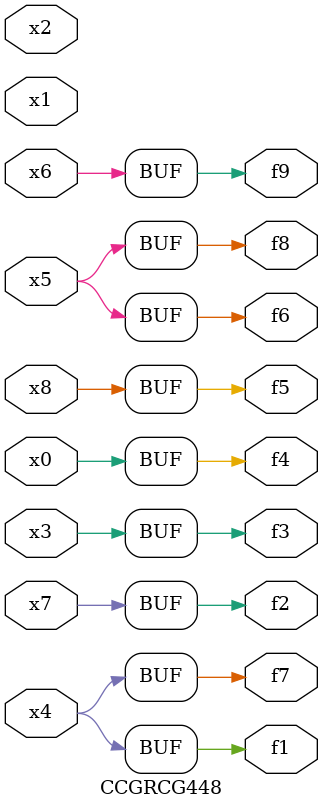
<source format=v>
module CCGRCG448(
	input x0, x1, x2, x3, x4, x5, x6, x7, x8,
	output f1, f2, f3, f4, f5, f6, f7, f8, f9
);
	assign f1 = x4;
	assign f2 = x7;
	assign f3 = x3;
	assign f4 = x0;
	assign f5 = x8;
	assign f6 = x5;
	assign f7 = x4;
	assign f8 = x5;
	assign f9 = x6;
endmodule

</source>
